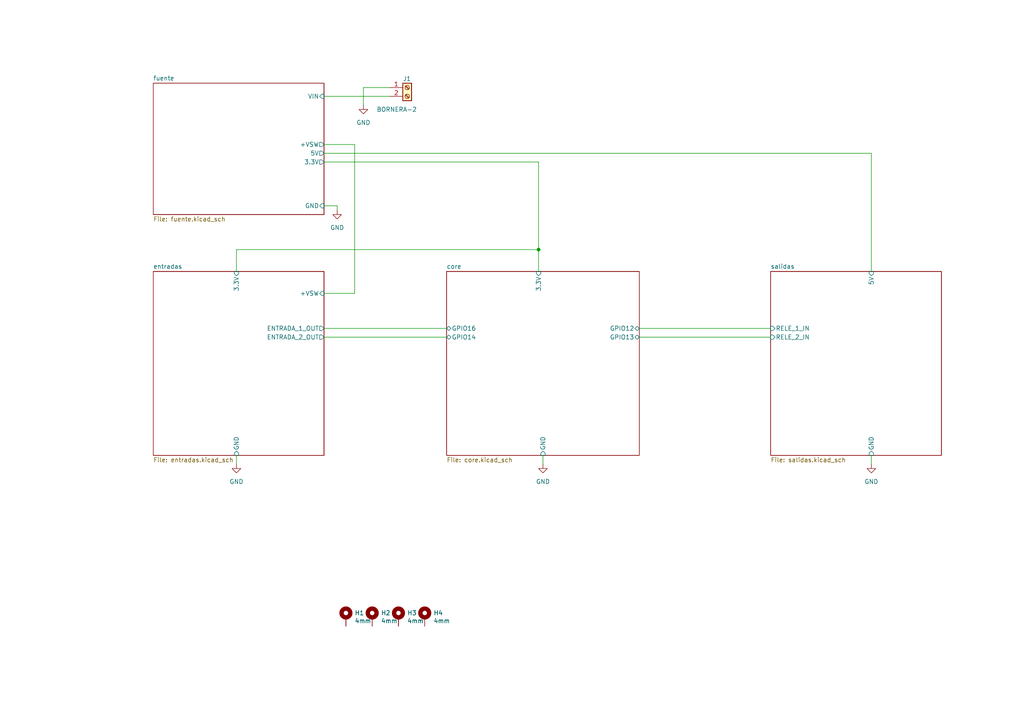
<source format=kicad_sch>
(kicad_sch (version 20211123) (generator eeschema)
  (paper "A4")
  (lib_symbols
    (symbol "Connector:Screw_Terminal_01x02" (pin_names (offset 1.016) hide)
      (property "Reference" "J" (at 0 2.54 0))
      (property "Value" "Screw_Terminal_01x02" (at 0 -5.08 0))
      (symbol "Screw_Terminal_01x02_1_1"
        (rectangle (start -1.27 1.27) (end 1.27 -3.81) (stroke (width 0.254)) (fill (type background)))
        (circle (center 0 -2.54) (radius 0.635) (stroke (width 0.1524)))
        (polyline (pts (xy -0.5334 -2.2098) (xy 0.3302 -3.048)) (stroke (width 0.1524)))
        (polyline (pts (xy -0.5334 0.3302) (xy 0.3302 -0.508)) (stroke (width 0.1524)))
        (polyline (pts (xy -0.3556 -2.032) (xy 0.508 -2.8702)) (stroke (width 0.1524)))
        (polyline (pts (xy -0.3556 0.508) (xy 0.508 -0.3302)) (stroke (width 0.1524)))
        (circle (center 0 0) (radius 0.635) (stroke (width 0.1524)))
        (pin passive line (at -5.08 0 0) (length 3.81) (name "Pin_1") (number "1"))
        (pin passive line (at -5.08 -2.54 0) (length 3.81) (name "Pin_2") (number "2"))
      )
    )
    (symbol "Mechanical:MountingHole_Pad" (pin_numbers hide) (pin_names (offset 1.016) hide)
      (property "Reference" "H" (at 0 6.35 0))
      (property "Value" "MountingHole_Pad" (at 0 4.445 0))
      (symbol "MountingHole_Pad_0_1"
        (circle (center 0 1.27) (radius 1.27) (stroke (width 1.27)))
      )
      (symbol "MountingHole_Pad_1_1"
        (pin input line (at 0 -2.54 90) (length 2.54) (name "1") (number "1"))
      )
    )
    (symbol "power:GND" (power) (pin_names (offset 0))
      (property "Value" "GND" (at 0 -3.81 0))
      (symbol "GND_0_1"
        (polyline (pts (xy 0 0) (xy 0 -1.27) (xy 1.27 -1.27) (xy 0 -2.54) (xy -1.27 -1.27) (xy 0 -1.27)))
      )
      (symbol "GND_1_1"
        (pin power_in line (at 0 0 270) (length 0) hide (name "GND") (number "1"))
      )
    )
  )
  (junction (at 156.21 72.39))
  (wire (pts (xy 156.21 46.99) (xy 156.21 72.39)))
  (wire (pts (xy 157.48 132.08) (xy 157.48 134.62)))
  (wire (pts (xy 93.98 97.79) (xy 129.54 97.79)))
  (wire (pts (xy 252.73 44.45) (xy 252.73 78.74)))
  (wire (pts (xy 93.98 27.94) (xy 113.03 27.94)))
  (wire (pts (xy 102.87 85.09) (xy 102.87 41.91)))
  (wire (pts (xy 185.42 97.79) (xy 223.52 97.79)))
  (wire (pts (xy 93.98 44.45) (xy 252.73 44.45)))
  (wire (pts (xy 105.41 25.4) (xy 113.03 25.4)))
  (wire (pts (xy 252.73 132.08) (xy 252.73 134.62)))
  (wire (pts (xy 93.98 85.09) (xy 102.87 85.09)))
  (wire (pts (xy 68.58 132.08) (xy 68.58 134.62)))
  (wire (pts (xy 185.42 95.25) (xy 223.52 95.25)))
  (wire (pts (xy 156.21 72.39) (xy 156.21 78.74)))
  (wire (pts (xy 97.79 59.69) (xy 93.98 59.69)))
  (wire (pts (xy 68.58 78.74) (xy 68.58 72.39)))
  (wire (pts (xy 105.41 30.48) (xy 105.41 25.4)))
  (wire (pts (xy 102.87 41.91) (xy 93.98 41.91)))
  (wire (pts (xy 93.98 95.25) (xy 129.54 95.25)))
  (wire (pts (xy 93.98 46.99) (xy 156.21 46.99)))
  (wire (pts (xy 68.58 72.39) (xy 156.21 72.39)))
  (wire (pts (xy 97.79 60.96) (xy 97.79 59.69)))
  (symbol (lib_id "power:GND") (at 252.73 134.62 0) (unit 1)
    (property "Reference" "#PWR05" (effects hide))
    (property "Value" "GND" (at 252.73 139.7 0))
  )
  (symbol (lib_id "Mechanical:MountingHole_Pad") (at 100.33 179.07 0) (unit 1)
    (property "Reference" "H1" (at 102.87 177.7746 0) (effects (justify left)))
    (property "Value" "4mm" (at 102.87 180.086 0) (effects (justify left)))
    (property "Footprint" "MountingHole:MountingHole_4mm_Pad" (effects hide))
  )
  (symbol (lib_id "power:GND") (at 97.79 60.96 0) (unit 1)
    (property "Reference" "#PWR02" (effects hide))
    (property "Value" "GND" (at 97.79 66.04 0))
  )
  (symbol (lib_id "Mechanical:MountingHole_Pad") (at 123.19 179.07 0) (unit 1)
    (property "Reference" "H4" (at 125.73 177.7746 0) (effects (justify left)))
    (property "Value" "4mm" (at 125.73 180.086 0) (effects (justify left)))
    (property "Footprint" "MountingHole:MountingHole_4mm_Pad" (effects hide))
  )
  (symbol (lib_id "Mechanical:MountingHole_Pad") (at 107.95 179.07 0) (unit 1)
    (property "Reference" "H2" (at 110.49 177.7746 0) (effects (justify left)))
    (property "Value" "4mm" (at 110.49 180.086 0) (effects (justify left)))
    (property "Footprint" "MountingHole:MountingHole_4mm_Pad" (effects hide))
  )
  (symbol (lib_id "power:GND") (at 68.58 134.62 0) (unit 1)
    (property "Reference" "#PWR03" (effects hide))
    (property "Value" "GND" (at 68.58 139.7 0))
  )
  (symbol (lib_id "power:GND") (at 157.48 134.62 0) (unit 1)
    (property "Reference" "#PWR04" (effects hide))
    (property "Value" "GND" (at 157.48 139.7 0))
  )
  (symbol (lib_id "power:GND") (at 105.41 30.48 0) (unit 1)
    (property "Reference" "#PWR01" (effects hide))
    (property "Value" "GND" (at 105.41 35.56 0))
  )
  (symbol (lib_id "Mechanical:MountingHole_Pad") (at 115.57 179.07 0) (unit 1)
    (property "Reference" "H3" (at 118.11 177.7746 0) (effects (justify left)))
    (property "Value" "4mm" (at 118.11 180.086 0) (effects (justify left)))
    (property "Footprint" "MountingHole:MountingHole_4mm_Pad" (effects hide))
  )
  (symbol (lib_id "Connector:Screw_Terminal_01x02") (at 118.11 25.4 0) (unit 1)
    (property "Reference" "J1" (at 116.84 22.86 0) (effects (justify left)))
    (property "Value" "BORNERA-2" (at 109.22 31.75 0) (effects (justify left)))
    (property "Footprint" "TerminalBlock_Phoenix:TerminalBlock_Phoenix_MKDS-1,5-2-5.08_1x02_P5.08mm_Horizontal" (effects hide))
  )
  (sheet (at 223.52 78.74) (size 49.53 53.34) (stroke (width 0.1524))
    (property "Sheet name" "salidas" (at 223.52 78.0284 0) (effects (justify left bottom)))
    (property "Sheet file" "salidas.kicad_sch" (at 223.52 132.6646 0) (effects (justify left top)))
    (pin "5V" input (at 252.73 78.74 90))
    (pin "GND" input (at 252.73 132.08 270))
    (pin "RELE_1_IN" input (at 223.52 95.25 180))
    (pin "RELE_2_IN" input (at 223.52 97.79 180))
  )
  (sheet (at 129.54 78.74) (size 55.88 53.34) (stroke (width 0.1524))
    (property "Sheet name" "core" (at 129.54 78.0284 0) (effects (justify left bottom)))
    (property "Sheet file" "core.kicad_sch" (at 129.54 132.6646 0) (effects (justify left top)))
    (pin "3.3V" input (at 156.21 78.74 90))
    (pin "GND" input (at 157.48 132.08 270))
    (pin "GPIO12" bidirectional (at 185.42 95.25 0))
    (pin "GPIO13" bidirectional (at 185.42 97.79 0))
    (pin "GPIO16" bidirectional (at 129.54 95.25 180))
    (pin "GPIO14" bidirectional (at 129.54 97.79 180))
  )
  (sheet (at 44.45 78.74) (size 49.53 53.34) (stroke (width 0.1524))
    (property "Sheet name" "entradas" (at 44.45 78.0284 0) (effects (justify left bottom)))
    (property "Sheet file" "entradas.kicad_sch" (at 44.45 132.6646 0) (effects (justify left top)))
    (pin "ENTRADA_1_OUT" output (at 93.98 95.25 0))
    (pin "ENTRADA_2_OUT" output (at 93.98 97.79 0))
    (pin "3.3V" input (at 68.58 78.74 90))
    (pin "GND" input (at 68.58 132.08 270))
    (pin "+VSW" input (at 93.98 85.09 0))
  )
  (sheet (at 44.45 24.13) (size 49.53 38.1) (stroke (width 0.1524))
    (property "Sheet name" "fuente" (at 44.45 23.4184 0) (effects (justify left bottom)))
    (property "Sheet file" "fuente.kicad_sch" (at 44.45 62.8146 0) (effects (justify left top)))
    (pin "VIN" input (at 93.98 27.94 0))
    (pin "5V" output (at 93.98 44.45 0))
    (pin "3.3V" output (at 93.98 46.99 0))
    (pin "GND" input (at 93.98 59.69 0))
    (pin "+VSW" output (at 93.98 41.91 0))
  )
)
</source>
